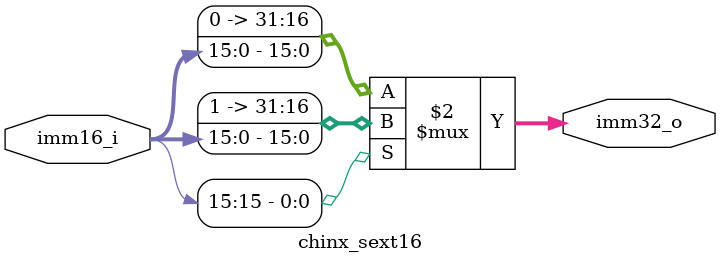
<source format=sv>
`timescale 1ns / 1ps

module chinx_sext8(
    input wire [7:0] imm8_i,
    output wire [31:0] imm32_o
);
assign imm32_o = (imm8_i[7] == 1'b1) ? {24'hff_ffff, imm8_i} : {24'd0, imm8_i};
endmodule

module chinx_sext16(
    input wire [15:0] imm16_i,
    output wire [31:0] imm32_o
);
assign imm32_o = (imm16_i[15] == 1'b1) ? {16'hffff, imm16_i} : {16'd0, imm16_i};
endmodule
</source>
